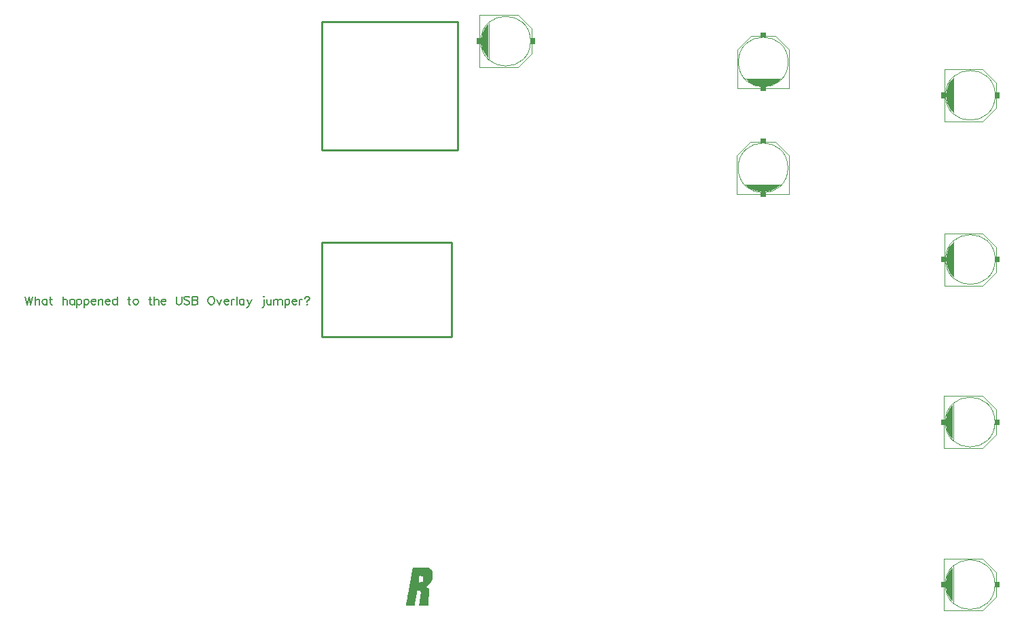
<source format=gbr>
G04 DipTrace 2.4.0.1*
%INTopAssy.gbr*%
%MOIN*%
%ADD10C,0.0098*%
%ADD12C,0.003*%
%ADD24C,0.004*%
%ADD254C,0.0062*%
%FSLAX44Y44*%
G04*
G70*
G90*
G75*
G01*
%LNTopAssy*%
%LPD*%
X18820Y24700D2*
D24*
Y26590D1*
X19490Y27260D1*
X20710D1*
X21380Y26590D1*
Y24700D1*
X18820D1*
X19214Y25153D2*
X20966D1*
X18880Y25980D2*
G02X18880Y25980I1220J0D01*
G01*
G36*
X20238Y24543D2*
X19962D1*
Y24779D1*
X20238D1*
Y24543D1*
G37*
G36*
Y27181D2*
X19962D1*
Y27417D1*
X20238D1*
Y27181D1*
G37*
G36*
X19253Y25134D2*
X19470Y24957D1*
X19746Y24838D1*
X20100Y24779D1*
X20474Y24838D1*
X20749Y24976D1*
X20947Y25134D1*
X19273D1*
X19253D1*
G37*
X18830Y29895D2*
D24*
Y31785D1*
X19500Y32455D1*
X20720D1*
X21390Y31785D1*
Y29895D1*
X18830D1*
X19224Y30348D2*
X20976D1*
X18890Y31175D2*
G02X18890Y31175I1220J0D01*
G01*
G36*
X20248Y29738D2*
X19972D1*
Y29974D1*
X20248D1*
Y29738D1*
G37*
G36*
Y32376D2*
X19972D1*
Y32612D1*
X20248D1*
Y32376D1*
G37*
G36*
X19263Y30329D2*
X19480Y30152D1*
X19756Y30033D1*
X20110Y29974D1*
X20484Y30033D1*
X20759Y30171D1*
X20957Y30329D1*
X19283D1*
X19263D1*
G37*
X6185Y33480D2*
D24*
X8075D1*
X8745Y32810D1*
Y31590D1*
X8075Y30920D1*
X6185D1*
Y33480D1*
X6638Y33086D2*
Y31334D1*
X6245Y32200D2*
G02X6245Y32200I1220J0D01*
G01*
G36*
X6028Y32062D2*
X6264D1*
Y32338D1*
X6028D1*
Y32062D1*
G37*
G36*
X8666D2*
X8902D1*
Y32338D1*
X8666D1*
Y32062D1*
G37*
G36*
X6619Y33047D2*
X6442Y32830D1*
X6323Y32554D1*
X6264Y32200D1*
X6323Y31826D1*
X6461Y31551D1*
X6619Y31353D1*
Y33027D1*
Y33047D1*
G37*
X28995Y30820D2*
D24*
X30885D1*
X31555Y30150D1*
Y28930D1*
X30885Y28260D1*
X28995D1*
Y30820D1*
X29448Y30426D2*
Y28674D1*
X29055Y29540D2*
G02X29055Y29540I1220J0D01*
G01*
G36*
X28838Y29402D2*
X29074D1*
Y29678D1*
X28838D1*
Y29402D1*
G37*
G36*
X31476D2*
X31712D1*
Y29678D1*
X31476D1*
Y29402D1*
G37*
G36*
X29429Y30387D2*
X29252Y30170D1*
X29133Y29894D1*
X29074Y29540D1*
X29133Y29166D1*
X29271Y28891D1*
X29429Y28693D1*
Y30367D1*
Y30387D1*
G37*
X28995Y22760D2*
D24*
X30885D1*
X31555Y22090D1*
Y20870D1*
X30885Y20200D1*
X28995D1*
Y22760D1*
X29448Y22366D2*
Y20614D1*
X29055Y21480D2*
G02X29055Y21480I1220J0D01*
G01*
G36*
X28838Y21342D2*
X29074D1*
Y21618D1*
X28838D1*
Y21342D1*
G37*
G36*
X31476D2*
X31712D1*
Y21618D1*
X31476D1*
Y21342D1*
G37*
G36*
X29429Y22327D2*
X29252Y22110D1*
X29133Y21834D1*
X29074Y21480D1*
X29133Y21106D1*
X29271Y20831D1*
X29429Y20633D1*
Y22307D1*
Y22327D1*
G37*
X28983Y14779D2*
D24*
X30873D1*
X31542Y14110D1*
Y12889D1*
X30873Y12220D1*
X28983D1*
Y14779D1*
X29436Y14385D2*
Y12633D1*
X29042Y13499D2*
G02X29042Y13499I1220J0D01*
G01*
G36*
X28826Y13362D2*
X29062D1*
Y13637D1*
X28826D1*
Y13362D1*
G37*
G36*
X31463D2*
X31699D1*
Y13637D1*
X31463D1*
Y13362D1*
G37*
G36*
X29416Y14346D2*
X29239Y14129D1*
X29121Y13854D1*
X29062Y13499D1*
X29121Y13125D1*
X29258Y12850D1*
X29416Y12653D1*
Y14326D1*
Y14346D1*
G37*
X28985Y6800D2*
D24*
X30875D1*
X31545Y6130D1*
Y4910D1*
X30875Y4240D1*
X28985D1*
Y6800D1*
X29438Y6406D2*
Y4654D1*
X29045Y5520D2*
G02X29045Y5520I1220J0D01*
G01*
G36*
X28828Y5382D2*
X29064D1*
Y5658D1*
X28828D1*
Y5382D1*
G37*
G36*
X31466D2*
X31702D1*
Y5658D1*
X31466D1*
Y5382D1*
G37*
G36*
X29419Y6367D2*
X29242Y6150D1*
X29123Y5874D1*
X29064Y5520D1*
X29123Y5146D1*
X29261Y4871D1*
X29419Y4673D1*
Y6347D1*
Y6367D1*
G37*
X5118Y33150D2*
D10*
X-1575D1*
Y26850D1*
X5118D1*
Y33150D1*
X4823Y22321D2*
X-1575D1*
Y17680D1*
X4823D1*
Y22321D1*
X2910Y6360D2*
D12*
X3660D1*
X2900Y6330D2*
X3704D1*
X2891Y6300D2*
X3741D1*
X2885Y6270D2*
X3772D1*
X2881Y6240D2*
X3795D1*
X2876Y6210D2*
X3813D1*
X2868Y6180D2*
X3826D1*
X2860Y6150D2*
X3834D1*
X2855Y6120D2*
X3837D1*
X2852Y6090D2*
X3839D1*
X2850Y6060D2*
X3840D1*
X2845Y6030D2*
X3840D1*
X2838Y6000D2*
X3209D1*
X3276D2*
X3840D1*
X2830Y5970D2*
X3205D1*
X3358D2*
X3840D1*
X2825Y5940D2*
X3198D1*
X3395D2*
X3840D1*
X2821Y5910D2*
X3190D1*
X3408D2*
X3840D1*
X2816Y5880D2*
X3185D1*
X3415D2*
X3840D1*
X2808Y5850D2*
X3182D1*
X3418D2*
X3839D1*
X2800Y5820D2*
X3181D1*
X3419D2*
X3835D1*
X2795Y5790D2*
X3180D1*
X3420D2*
X3827D1*
X2792Y5760D2*
X3180D1*
X3419D2*
X3815D1*
X2790Y5730D2*
X3179D1*
X3414D2*
X3803D1*
X2785Y5700D2*
X3175D1*
X3404D2*
X3791D1*
X2778Y5670D2*
X3168D1*
X3378D2*
X3779D1*
X2770Y5640D2*
X3159D1*
X3316D2*
X3764D1*
X2765Y5610D2*
X3150D1*
X3227D2*
X3743D1*
X2761Y5580D2*
X3717D1*
X2756Y5550D2*
X3688D1*
X2748Y5520D2*
X3655D1*
X2740Y5490D2*
X3617D1*
X2735Y5460D2*
X3579D1*
X2732Y5430D2*
X3540D1*
X2730Y5400D2*
X3584D1*
X2725Y5370D2*
X3621D1*
X2718Y5340D2*
X3651D1*
X2710Y5310D2*
X3674D1*
X2705Y5280D2*
X3682D1*
X2702Y5250D2*
X3687D1*
X2700Y5220D2*
X3089D1*
X3264D2*
X3689D1*
X2695Y5190D2*
X3085D1*
X3282D2*
X3688D1*
X2688Y5160D2*
X3078D1*
X3292D2*
X3685D1*
X2680Y5130D2*
X3070D1*
X3296D2*
X3678D1*
X2675Y5100D2*
X3065D1*
X3298D2*
X3670D1*
X2671Y5070D2*
X3061D1*
X3295D2*
X3665D1*
X2666Y5040D2*
X3056D1*
X3288D2*
X3662D1*
X2658Y5010D2*
X3048D1*
X3280D2*
X3661D1*
X2650Y4980D2*
X3040D1*
X3275D2*
X3660D1*
X2645Y4950D2*
X3035D1*
X3272D2*
X3659D1*
X2642Y4920D2*
X3031D1*
X3271D2*
X3655D1*
X2640Y4890D2*
X3026D1*
X3269D2*
X3648D1*
X2635Y4860D2*
X3018D1*
X3265D2*
X3640D1*
X2628Y4830D2*
X3010D1*
X3258D2*
X3635D1*
X2620Y4800D2*
X3005D1*
X3250D2*
X3632D1*
X2615Y4770D2*
X3002D1*
X3245D2*
X3631D1*
X2611Y4740D2*
X3000D1*
X3242D2*
X3630D1*
X2606Y4710D2*
X2995D1*
X3241D2*
X3630D1*
X2598Y4680D2*
X2988D1*
X3239D2*
X3630D1*
X2590Y4650D2*
X2980D1*
X3235D2*
X3630D1*
X2585Y4620D2*
X2975D1*
X3228D2*
X3630D1*
X2582Y4590D2*
X2972D1*
X3220D2*
X3630D1*
X2581Y4560D2*
X2971D1*
X3214D2*
X3630D1*
X2580Y4530D2*
X2970D1*
X3210D2*
X3630D1*
X2910Y6360D2*
X2900Y6330D1*
X2891Y6300D1*
X2885Y6270D1*
X2881Y6240D1*
X2876Y6210D1*
X2868Y6180D1*
X2860Y6150D1*
X2855Y6120D1*
X2852Y6090D1*
X2850Y6060D1*
X2845Y6030D1*
X2838Y6000D1*
X2830Y5970D1*
X2825Y5940D1*
X2821Y5910D1*
X2816Y5880D1*
X2808Y5850D1*
X2800Y5820D1*
X2795Y5790D1*
X2792Y5760D1*
X2790Y5730D1*
X2785Y5700D1*
X2778Y5670D1*
X2770Y5640D1*
X2765Y5610D1*
X2761Y5580D1*
X2756Y5550D1*
X2748Y5520D1*
X2740Y5490D1*
X2735Y5460D1*
X2732Y5430D1*
X2730Y5400D1*
X2725Y5370D1*
X2718Y5340D1*
X2710Y5310D1*
X2705Y5280D1*
X2702Y5250D1*
X2700Y5220D1*
X2695Y5190D1*
X2688Y5160D1*
X2680Y5130D1*
X2675Y5100D1*
X2671Y5070D1*
X2666Y5040D1*
X2658Y5010D1*
X2650Y4980D1*
X2645Y4950D1*
X2642Y4920D1*
X2640Y4890D1*
X2635Y4860D1*
X2628Y4830D1*
X2620Y4800D1*
X2615Y4770D1*
X2611Y4740D1*
X2606Y4710D1*
X2598Y4680D1*
X2590Y4650D1*
X2585Y4620D1*
X2582Y4590D1*
X2581Y4560D1*
X2580Y4530D1*
X3660Y6360D2*
X3704Y6330D1*
X3741Y6300D1*
X3772Y6270D1*
X3795Y6240D1*
X3813Y6210D1*
X3826Y6180D1*
X3834Y6150D1*
X3837Y6120D1*
X3839Y6090D1*
X3840Y6060D1*
Y6030D1*
Y6000D1*
Y5970D1*
Y5940D1*
Y5910D1*
Y5880D1*
X3839Y5850D1*
X3835Y5820D1*
X3827Y5790D1*
X3815Y5760D1*
X3803Y5730D1*
X3791Y5700D1*
X3779Y5670D1*
X3764Y5640D1*
X3743Y5610D1*
X3717Y5580D1*
X3688Y5550D1*
X3655Y5520D1*
X3617Y5490D1*
X3579Y5460D1*
X3540Y5430D1*
X3584Y5400D1*
X3621Y5370D1*
X3651Y5340D1*
X3674Y5310D1*
X3682Y5280D1*
X3687Y5250D1*
X3689Y5220D1*
X3688Y5190D1*
X3685Y5160D1*
X3678Y5130D1*
X3670Y5100D1*
X3665Y5070D1*
X3662Y5040D1*
X3661Y5010D1*
X3660Y4980D1*
X3659Y4950D1*
X3655Y4920D1*
X3648Y4890D1*
X3640Y4860D1*
X3635Y4830D1*
X3632Y4800D1*
X3631Y4770D1*
X3630Y4740D1*
Y4710D1*
Y4680D1*
Y4650D1*
Y4620D1*
Y4590D1*
Y4560D1*
Y4530D1*
X3210Y6030D2*
X3209Y6000D1*
X3205Y5970D1*
X3198Y5940D1*
X3190Y5910D1*
X3185Y5880D1*
X3182Y5850D1*
X3181Y5820D1*
X3180Y5790D1*
Y5760D1*
X3179Y5730D1*
X3175Y5700D1*
X3168Y5670D1*
X3159Y5640D1*
X3150Y5610D1*
X3270Y5580D1*
X3180Y6030D2*
X3276Y6000D1*
X3358Y5970D1*
X3395Y5940D1*
X3408Y5910D1*
X3415Y5880D1*
X3418Y5850D1*
X3419Y5820D1*
X3420Y5790D1*
X3419Y5760D1*
X3414Y5730D1*
X3404Y5700D1*
X3378Y5670D1*
X3316Y5640D1*
X3227Y5610D1*
X3120Y5580D1*
X3090Y5250D2*
X3089Y5220D1*
X3085Y5190D1*
X3078Y5160D1*
X3070Y5130D1*
X3065Y5100D1*
X3061Y5070D1*
X3056Y5040D1*
X3048Y5010D1*
X3040Y4980D1*
X3035Y4950D1*
X3031Y4920D1*
X3026Y4890D1*
X3018Y4860D1*
X3010Y4830D1*
X3005Y4800D1*
X3002Y4770D1*
X3000Y4740D1*
X2995Y4710D1*
X2988Y4680D1*
X2980Y4650D1*
X2975Y4620D1*
X2972Y4590D1*
X2971Y4560D1*
X2970Y4530D1*
X3240Y5250D2*
X3264Y5220D1*
X3282Y5190D1*
X3292Y5160D1*
X3296Y5130D1*
X3298Y5100D1*
X3295Y5070D1*
X3288Y5040D1*
X3280Y5010D1*
X3275Y4980D1*
X3272Y4950D1*
X3271Y4920D1*
X3269Y4890D1*
X3265Y4860D1*
X3258Y4830D1*
X3250Y4800D1*
X3245Y4770D1*
X3242Y4740D1*
X3241Y4710D1*
X3239Y4680D1*
X3235Y4650D1*
X3228Y4620D1*
X3220Y4590D1*
X3214Y4560D1*
X3210Y4530D1*
X-16130Y19665D2*
D254*
X-16034Y19263D1*
X-15939Y19665D1*
X-15843Y19263D1*
X-15747Y19665D1*
X-15624D2*
Y19263D1*
Y19455D2*
X-15566Y19512D1*
X-15528Y19531D1*
X-15470D1*
X-15432Y19512D1*
X-15413Y19455D1*
Y19263D1*
X-15060Y19531D2*
Y19263D1*
Y19474D2*
X-15098Y19512D1*
X-15137Y19531D1*
X-15194D1*
X-15232Y19512D1*
X-15270Y19474D1*
X-15290Y19416D1*
Y19378D1*
X-15270Y19321D1*
X-15232Y19283D1*
X-15194Y19263D1*
X-15137D1*
X-15098Y19283D1*
X-15060Y19321D1*
X-14879Y19665D2*
Y19340D1*
X-14860Y19283D1*
X-14822Y19263D1*
X-14784D1*
X-14937Y19531D2*
X-14803D1*
X-14271Y19665D2*
Y19263D1*
Y19455D2*
X-14214Y19512D1*
X-14175Y19531D1*
X-14118D1*
X-14080Y19512D1*
X-14061Y19455D1*
Y19263D1*
X-13708Y19531D2*
Y19263D1*
Y19474D2*
X-13746Y19512D1*
X-13784Y19531D1*
X-13841D1*
X-13880Y19512D1*
X-13918Y19474D1*
X-13937Y19416D1*
Y19378D1*
X-13918Y19321D1*
X-13880Y19283D1*
X-13841Y19263D1*
X-13784D1*
X-13746Y19283D1*
X-13708Y19321D1*
X-13584Y19531D2*
Y19129D1*
Y19474D2*
X-13546Y19512D1*
X-13508Y19531D1*
X-13450D1*
X-13412Y19512D1*
X-13374Y19474D1*
X-13354Y19416D1*
Y19378D1*
X-13374Y19321D1*
X-13412Y19282D1*
X-13450Y19263D1*
X-13508D1*
X-13546Y19282D1*
X-13584Y19321D1*
X-13231Y19531D2*
Y19129D1*
Y19474D2*
X-13192Y19512D1*
X-13154Y19531D1*
X-13097D1*
X-13058Y19512D1*
X-13020Y19474D1*
X-13001Y19416D1*
Y19378D1*
X-13020Y19321D1*
X-13058Y19282D1*
X-13097Y19263D1*
X-13154D1*
X-13192Y19282D1*
X-13231Y19321D1*
X-12877Y19416D2*
X-12648D1*
Y19455D1*
X-12667Y19493D1*
X-12686Y19512D1*
X-12724Y19531D1*
X-12782D1*
X-12820Y19512D1*
X-12858Y19474D1*
X-12877Y19416D1*
Y19378D1*
X-12858Y19321D1*
X-12820Y19283D1*
X-12782Y19263D1*
X-12724D1*
X-12686Y19283D1*
X-12648Y19321D1*
X-12524Y19531D2*
Y19263D1*
Y19455D2*
X-12467Y19512D1*
X-12429Y19531D1*
X-12371D1*
X-12333Y19512D1*
X-12314Y19455D1*
Y19263D1*
X-12190Y19416D2*
X-11961D1*
Y19455D1*
X-11980Y19493D1*
X-11999Y19512D1*
X-12037Y19531D1*
X-12095D1*
X-12133Y19512D1*
X-12171Y19474D1*
X-12190Y19416D1*
Y19378D1*
X-12171Y19321D1*
X-12133Y19283D1*
X-12095Y19263D1*
X-12037D1*
X-11999Y19283D1*
X-11961Y19321D1*
X-11608Y19665D2*
Y19263D1*
Y19474D2*
X-11646Y19512D1*
X-11685Y19531D1*
X-11742D1*
X-11780Y19512D1*
X-11818Y19474D1*
X-11837Y19416D1*
Y19378D1*
X-11818Y19321D1*
X-11780Y19283D1*
X-11742Y19263D1*
X-11685D1*
X-11646Y19283D1*
X-11608Y19321D1*
X-11038Y19665D2*
Y19340D1*
X-11019Y19283D1*
X-10981Y19263D1*
X-10943D1*
X-11096Y19531D2*
X-10962D1*
X-10724D2*
X-10762Y19512D1*
X-10800Y19474D1*
X-10819Y19416D1*
Y19378D1*
X-10800Y19321D1*
X-10762Y19283D1*
X-10724Y19263D1*
X-10666D1*
X-10628Y19283D1*
X-10590Y19321D1*
X-10570Y19378D1*
Y19416D1*
X-10590Y19474D1*
X-10628Y19512D1*
X-10666Y19531D1*
X-10724D1*
X-10000Y19665D2*
Y19340D1*
X-9981Y19283D1*
X-9943Y19263D1*
X-9905D1*
X-10058Y19531D2*
X-9924D1*
X-9781Y19665D2*
Y19263D1*
Y19455D2*
X-9724Y19512D1*
X-9685Y19531D1*
X-9628D1*
X-9590Y19512D1*
X-9571Y19455D1*
Y19263D1*
X-9447Y19416D2*
X-9218D1*
Y19455D1*
X-9237Y19493D1*
X-9256Y19512D1*
X-9294Y19531D1*
X-9352D1*
X-9390Y19512D1*
X-9428Y19474D1*
X-9447Y19416D1*
Y19378D1*
X-9428Y19321D1*
X-9390Y19283D1*
X-9352Y19263D1*
X-9294D1*
X-9256Y19283D1*
X-9218Y19321D1*
X-8706Y19665D2*
Y19378D1*
X-8687Y19321D1*
X-8648Y19283D1*
X-8591Y19263D1*
X-8553D1*
X-8495Y19283D1*
X-8457Y19321D1*
X-8438Y19378D1*
Y19665D1*
X-8046Y19608D2*
X-8084Y19646D1*
X-8142Y19665D1*
X-8218D1*
X-8276Y19646D1*
X-8314Y19608D1*
Y19570D1*
X-8295Y19531D1*
X-8276Y19512D1*
X-8238Y19493D1*
X-8123Y19455D1*
X-8084Y19436D1*
X-8065Y19416D1*
X-8046Y19378D1*
Y19321D1*
X-8084Y19283D1*
X-8142Y19263D1*
X-8218D1*
X-8276Y19283D1*
X-8314Y19321D1*
X-7923Y19665D2*
Y19263D1*
X-7750D1*
X-7693Y19283D1*
X-7674Y19302D1*
X-7655Y19340D1*
Y19397D1*
X-7674Y19436D1*
X-7693Y19455D1*
X-7750Y19474D1*
X-7693Y19493D1*
X-7674Y19512D1*
X-7655Y19550D1*
Y19589D1*
X-7674Y19627D1*
X-7693Y19646D1*
X-7750Y19665D1*
X-7923D1*
Y19474D2*
X-7750D1*
X-7027Y19665D2*
X-7066Y19646D1*
X-7104Y19608D1*
X-7123Y19570D1*
X-7142Y19512D1*
Y19416D1*
X-7123Y19359D1*
X-7104Y19321D1*
X-7066Y19283D1*
X-7027Y19263D1*
X-6951D1*
X-6913Y19283D1*
X-6875Y19321D1*
X-6856Y19359D1*
X-6836Y19416D1*
Y19512D1*
X-6856Y19570D1*
X-6875Y19608D1*
X-6913Y19646D1*
X-6951Y19665D1*
X-7027D1*
X-6713Y19531D2*
X-6598Y19263D1*
X-6483Y19531D1*
X-6360Y19416D2*
X-6131D1*
Y19455D1*
X-6150Y19493D1*
X-6169Y19512D1*
X-6207Y19531D1*
X-6264D1*
X-6303Y19512D1*
X-6341Y19474D1*
X-6360Y19416D1*
Y19378D1*
X-6341Y19321D1*
X-6303Y19283D1*
X-6264Y19263D1*
X-6207D1*
X-6169Y19283D1*
X-6131Y19321D1*
X-6007Y19531D2*
Y19263D1*
Y19416D2*
X-5988Y19474D1*
X-5950Y19512D1*
X-5911Y19531D1*
X-5854D1*
X-5730Y19665D2*
Y19263D1*
X-5377Y19531D2*
Y19263D1*
Y19474D2*
X-5415Y19512D1*
X-5454Y19531D1*
X-5511D1*
X-5549Y19512D1*
X-5587Y19474D1*
X-5607Y19416D1*
Y19378D1*
X-5587Y19321D1*
X-5549Y19283D1*
X-5511Y19263D1*
X-5454D1*
X-5415Y19283D1*
X-5377Y19321D1*
X-5234Y19531D2*
X-5120Y19263D1*
X-5158Y19187D1*
X-5196Y19148D1*
X-5234Y19129D1*
X-5254D1*
X-5005Y19531D2*
X-5120Y19263D1*
X-4416Y19666D2*
X-4396Y19647D1*
X-4377Y19666D1*
X-4396Y19685D1*
X-4416Y19666D1*
X-4396Y19532D2*
Y19206D1*
X-4416Y19149D1*
X-4454Y19130D1*
X-4492D1*
X-4254Y19531D2*
Y19340D1*
X-4235Y19283D1*
X-4196Y19263D1*
X-4139D1*
X-4101Y19283D1*
X-4043Y19340D1*
Y19531D2*
Y19263D1*
X-3920Y19531D2*
Y19263D1*
Y19455D2*
X-3862Y19512D1*
X-3824Y19531D1*
X-3767D1*
X-3728Y19512D1*
X-3709Y19455D1*
Y19263D1*
Y19455D2*
X-3652Y19512D1*
X-3613Y19531D1*
X-3556D1*
X-3518Y19512D1*
X-3498Y19455D1*
Y19263D1*
X-3375Y19531D2*
Y19129D1*
Y19474D2*
X-3336Y19512D1*
X-3298Y19531D1*
X-3241D1*
X-3202Y19512D1*
X-3164Y19474D1*
X-3145Y19416D1*
Y19378D1*
X-3164Y19321D1*
X-3202Y19282D1*
X-3241Y19263D1*
X-3298D1*
X-3336Y19282D1*
X-3375Y19321D1*
X-3022Y19416D2*
X-2792D1*
Y19455D1*
X-2811Y19493D1*
X-2830Y19512D1*
X-2869Y19531D1*
X-2926D1*
X-2964Y19512D1*
X-3002Y19474D1*
X-3022Y19416D1*
Y19378D1*
X-3002Y19321D1*
X-2964Y19283D1*
X-2926Y19263D1*
X-2869D1*
X-2830Y19283D1*
X-2792Y19321D1*
X-2669Y19531D2*
Y19263D1*
Y19416D2*
X-2649Y19474D1*
X-2611Y19512D1*
X-2573Y19531D1*
X-2515D1*
X-2392Y19569D2*
Y19588D1*
X-2373Y19627D1*
X-2353Y19646D1*
X-2315Y19665D1*
X-2239D1*
X-2200Y19646D1*
X-2181Y19627D1*
X-2162Y19588D1*
Y19550D1*
X-2181Y19512D1*
X-2200Y19493D1*
X-2277Y19455D1*
Y19397D1*
Y19302D2*
X-2296Y19282D1*
X-2277Y19263D1*
X-2258Y19282D1*
X-2277Y19302D1*
M02*

</source>
